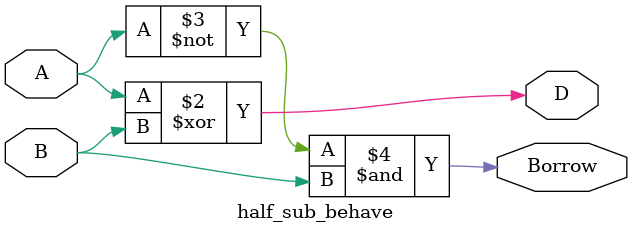
<source format=v>
module half_sub_behave(
    input A,      // Minuendo
    input B,      // Subtraendo
    output reg D, // Diferença (A - B)
    output reg Borrow // Empréstimo
);
    // Bloco always para descrever o comportamento do circuito
    always @(*) begin
        D = A ^ B;            // Diferença: A XOR B
        Borrow = (~A) & B;    // Empréstimo: NOT(A) AND B
    end
endmodule

</source>
